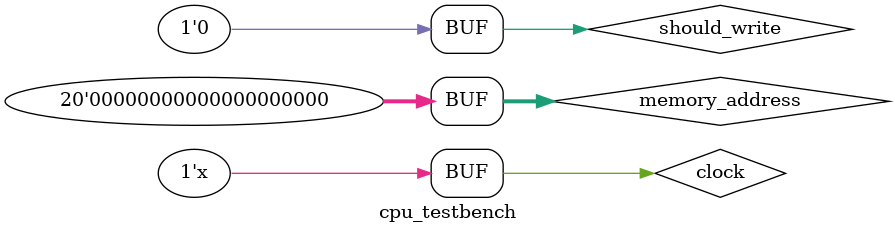
<source format=v>
`timescale 1ns / 1ps



module cpu_testbench;

reg clock = 0;
reg [19:0] memory_address = 0;
reg should_write = 0;
reg [31:0] i_data;
wire [31:0] o_data;

always #5
begin
    clock <= ~clock;
end

ram ram_chip(
    .i_clock(clock),
    .i_memory_address(memory_address),
    .i_should_write(ram_should_write),
    .i_data(ram_in_data),
    .o_data(ram_out_data)
);

register register_chip(
    .i_clock(clock),
    .i_sel(reg_sel),
    .i_should_write(reg_should_write),
    .i_data(reg_in_data),
    .o_data(reg_out_data)
);

program_counter program_counter_chip(
    .i_clock(clock),
    .i_next_inst_addr(inst_next_inst_addr),
    .i_should_jump(should_jump),
    .i_should_reset(should_reset),
    .o_instruction(pc_out_inst_addr)
);

control_unit control_unit_chip(
    
);

fetcher fetch_chip(
    .i_clock(clock),
    .i_instruction_pointer(pc_out_inst_addr),
    .i_memory(ram_chip),
    .o_instruction(curr_instruction)
);

decoder decode_chip(
    .i_instruction(curr_instruction),
    .o_opcode(inst_opcode),
    .o_condition(inst_condition),
    .o_next_instruction_address(inst_next_inst_addr),
    .o_should_jump(inst_should_jump),
    .o_data_a(inst_data_a),
    .o_data_b(inst_data_b),
    .o_should_write_reg(inst_should_write_reg),
    .o_should_write_mem(inst_should_write_mem),
    .o_dest_register(inst_dest_register),
    .o_dest_mem_address(inst_dest_mem_address),
    .o_imm_value(inst_imm_value)
);

alu alu_chip(
    .i_opcode(inst_opcode),
    .i_condition(inst_condition),
    .i_data_a(inst_data_a),
    .o_data_b(inst_data_b),
    .i_imm_value(inst_imm_value),
    .o_data(alu_out_data)
);

// can write to either RAM or register
executer execute_chip(
    .i_clock(clock),
    .i_should_write_reg(inst_should_write_reg),
    .i_should_write_mem(inst_should_write_mem),
    .i_reg(inst_dests_reg),
    .i_memory_address(inst_dest_mem_address),
    .i_data(alu_out_data),
    .i_reg_chip(register_chip),
    .i_mem_chip(ram_chip)
);

initial
begin
    // Initially empty
    memory_address = 20'b00000000000000000000;
    #20    
    if (o_data != 32'b00000000000000000000000000000000)
    begin
        $display("Test failed :(");
    end
    
end
endmodule
</source>
